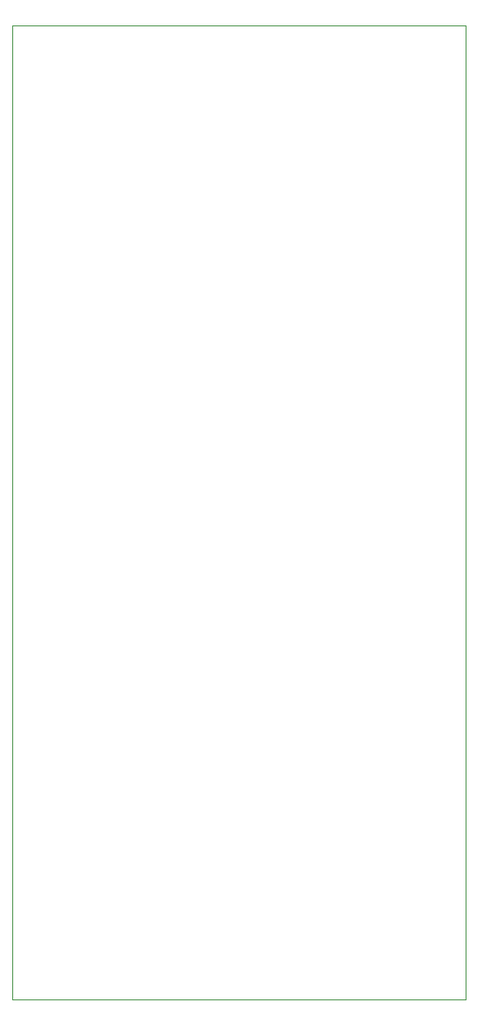
<source format=gbr>
%TF.GenerationSoftware,KiCad,Pcbnew,7.0.10+dfsg-1*%
%TF.CreationDate,2024-02-08T12:56:13+01:00*%
%TF.ProjectId,chibi_v2,63686962-695f-4763-922e-6b696361645f,rev?*%
%TF.SameCoordinates,Original*%
%TF.FileFunction,Profile,NP*%
%FSLAX46Y46*%
G04 Gerber Fmt 4.6, Leading zero omitted, Abs format (unit mm)*
G04 Created by KiCad (PCBNEW 7.0.10+dfsg-1) date 2024-02-08 12:56:13*
%MOMM*%
%LPD*%
G01*
G04 APERTURE LIST*
%TA.AperFunction,Profile*%
%ADD10C,0.100000*%
%TD*%
G04 APERTURE END LIST*
D10*
X99601900Y-34290000D02*
X143416900Y-34290000D01*
X143416900Y-128270000D01*
X99601900Y-128270000D01*
X99601900Y-34290000D01*
M02*

</source>
